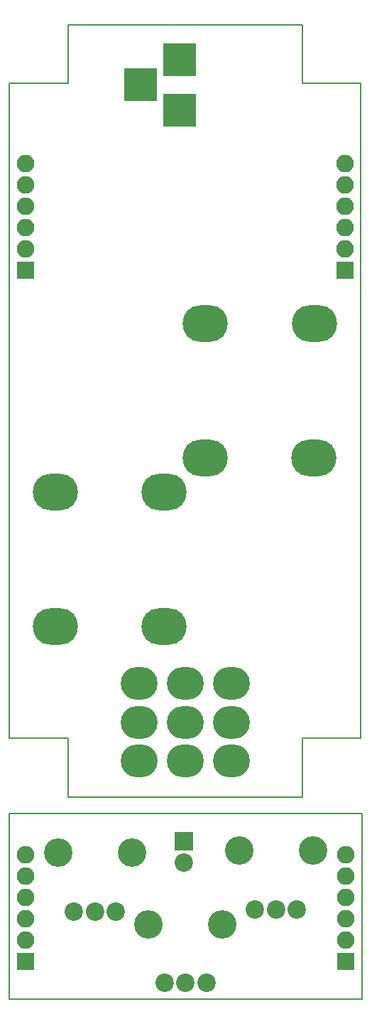
<source format=gbr>
G04 #@! TF.FileFunction,Soldermask,Top*
%FSLAX46Y46*%
G04 Gerber Fmt 4.6, Leading zero omitted, Abs format (unit mm)*
G04 Created by KiCad (PCBNEW 4.0.6) date 01/08/18 00:03:36*
%MOMM*%
%LPD*%
G01*
G04 APERTURE LIST*
%ADD10C,0.100000*%
%ADD11C,0.150000*%
%ADD12R,3.900000X3.900000*%
%ADD13O,5.400000X4.400000*%
%ADD14O,4.400000X3.900000*%
%ADD15C,2.200000*%
%ADD16C,3.400000*%
%ADD17R,2.200000X2.200000*%
%ADD18R,2.100000X2.100000*%
%ADD19O,2.100000X2.100000*%
G04 APERTURE END LIST*
D10*
D11*
X96012000Y-188849000D02*
X96012000Y-110871000D01*
X61087000Y-195834000D02*
X89027000Y-195834000D01*
X61087000Y-188849000D02*
X54102000Y-188849000D01*
X54102000Y-110871000D02*
X54102000Y-188849000D01*
X89027000Y-103886000D02*
X61087000Y-103886000D01*
X96139000Y-197802500D02*
X54102000Y-197802500D01*
X96139000Y-197802500D02*
X96012000Y-197802500D01*
X96139000Y-219900500D02*
X96139000Y-197802500D01*
X54102000Y-219900500D02*
X54102000Y-197929500D01*
X54102000Y-197802500D02*
X54102000Y-197929500D01*
X54178200Y-219875100D02*
X96189800Y-219875100D01*
X61087000Y-110871000D02*
X54102000Y-110871000D01*
X61087000Y-103886000D02*
X61087000Y-110871000D01*
X89027000Y-110871000D02*
X96012000Y-110871000D01*
X89027000Y-103886000D02*
X89027000Y-110871000D01*
X89027000Y-188849000D02*
X89027000Y-195834000D01*
X96012000Y-188849000D02*
X89027000Y-188849000D01*
X61087000Y-188849000D02*
X61087000Y-195834000D01*
D12*
X74422000Y-114046000D03*
X74422000Y-108046000D03*
X69722000Y-111046000D03*
D13*
X77447000Y-155447000D03*
X77447000Y-139447000D03*
X90447000Y-139447000D03*
X90424000Y-155447000D03*
X72540000Y-159513000D03*
X72540000Y-175513000D03*
X59540000Y-175513000D03*
X59563000Y-159513000D03*
D14*
X69557000Y-182344000D03*
X75057000Y-182344000D03*
X80557000Y-182344000D03*
X69557000Y-186944000D03*
X75057000Y-186944000D03*
X80557000Y-186944000D03*
X69557000Y-191544000D03*
X75057000Y-191544000D03*
X80557000Y-191544000D03*
D15*
X83392000Y-209232500D03*
X85892000Y-209232500D03*
X88392000Y-209232500D03*
D16*
X81492000Y-202232500D03*
X90292000Y-202232500D03*
D15*
X72597000Y-217995500D03*
X75097000Y-217995500D03*
X77597000Y-217995500D03*
D16*
X70697000Y-210995500D03*
X79497000Y-210995500D03*
D15*
X61802000Y-209486500D03*
X64302000Y-209486500D03*
X66802000Y-209486500D03*
D16*
X59902000Y-202486500D03*
X68702000Y-202486500D03*
D17*
X74930000Y-201104500D03*
D15*
X74930000Y-203644500D03*
D18*
X94234000Y-215392000D03*
D19*
X94234000Y-212852000D03*
X94234000Y-210312000D03*
X94234000Y-207772000D03*
X94234000Y-205232000D03*
X94234000Y-202692000D03*
D18*
X56007000Y-215392000D03*
D19*
X56007000Y-212852000D03*
X56007000Y-210312000D03*
X56007000Y-207772000D03*
X56007000Y-205232000D03*
X56007000Y-202692000D03*
D18*
X94107000Y-133096000D03*
D19*
X94107000Y-130556000D03*
X94107000Y-128016000D03*
X94107000Y-125476000D03*
X94107000Y-122936000D03*
X94107000Y-120396000D03*
D18*
X56007000Y-133096000D03*
D19*
X56007000Y-130556000D03*
X56007000Y-128016000D03*
X56007000Y-125476000D03*
X56007000Y-122936000D03*
X56007000Y-120396000D03*
M02*

</source>
